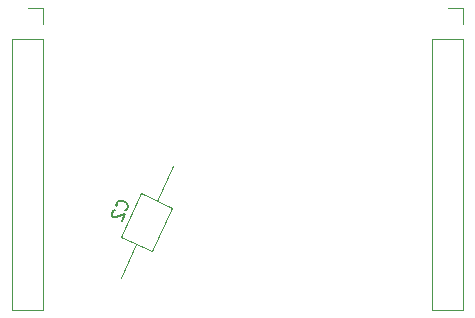
<source format=gbr>
G04 #@! TF.GenerationSoftware,KiCad,Pcbnew,(5.1.8)-1*
G04 #@! TF.CreationDate,2023-07-12T22:57:21+03:00*
G04 #@! TF.ProjectId,INV,494e562e-6b69-4636-9164-5f7063625858,rev?*
G04 #@! TF.SameCoordinates,PX48ab840PY2455c20*
G04 #@! TF.FileFunction,Legend,Bot*
G04 #@! TF.FilePolarity,Positive*
%FSLAX46Y46*%
G04 Gerber Fmt 4.6, Leading zero omitted, Abs format (unit mm)*
G04 Created by KiCad (PCBNEW (5.1.8)-1) date 2023-07-12 22:57:21*
%MOMM*%
%LPD*%
G01*
G04 APERTURE LIST*
%ADD10C,0.120000*%
%ADD11C,0.150000*%
G04 APERTURE END LIST*
D10*
X10396795Y-24038787D02*
X11744947Y-21147665D01*
X14800477Y-14595060D02*
X13452325Y-17486182D01*
X10457990Y-20547547D02*
X12165368Y-16886064D01*
X13031904Y-21747783D02*
X10457990Y-20547547D01*
X14739282Y-18086300D02*
X13031904Y-21747783D01*
X12165368Y-16886064D02*
X14739282Y-18086300D01*
X39430000Y-1210000D02*
X38100000Y-1210000D01*
X39430000Y-2540000D02*
X39430000Y-1210000D01*
X39430000Y-3810000D02*
X36770000Y-3810000D01*
X36770000Y-3810000D02*
X36770000Y-26730000D01*
X39430000Y-3810000D02*
X39430000Y-26730000D01*
X39430000Y-26730000D02*
X36770000Y-26730000D01*
X3870000Y-1210000D02*
X2540000Y-1210000D01*
X3870000Y-2540000D02*
X3870000Y-1210000D01*
X3870000Y-3810000D02*
X1210000Y-3810000D01*
X1210000Y-3810000D02*
X1210000Y-26730000D01*
X3870000Y-3810000D02*
X3870000Y-26730000D01*
X3870000Y-26730000D02*
X1210000Y-26730000D01*
D11*
X10799488Y-18294070D02*
X10862770Y-18271037D01*
X10966302Y-18161690D01*
X11006551Y-18075375D01*
X11023768Y-17925777D01*
X10977702Y-17799213D01*
X10911512Y-17715806D01*
X10759006Y-17592150D01*
X10629534Y-17531776D01*
X10436779Y-17494435D01*
X10330339Y-17497343D01*
X10203775Y-17543408D01*
X10100244Y-17652756D01*
X10059994Y-17739071D01*
X10042778Y-17888669D01*
X10065810Y-17951951D01*
X9904813Y-18297211D02*
X9841531Y-18320244D01*
X9758124Y-18386434D01*
X9657501Y-18602222D01*
X9660409Y-18708661D01*
X9683442Y-18771944D01*
X9749632Y-18855350D01*
X9835947Y-18895600D01*
X9985544Y-18912816D01*
X10744931Y-18636422D01*
X10483310Y-19197470D01*
M02*

</source>
